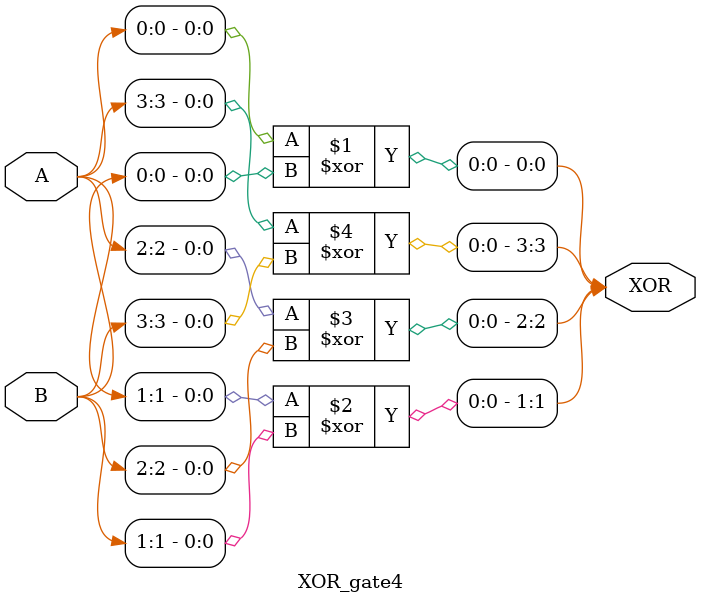
<source format=v>
`timescale 1ns / 1ps

module XOR_gate4(
input [3:0]A,
input [3:0]B,
output [3:0]XOR
    );
    
    xor X0(XOR[0],A[0],B[0]);
    xor X1(XOR[1],A[1],B[1]);
    xor X2(XOR[2],A[2],B[2]);
    xor X3(XOR[3],A[3],B[3]);
    
endmodule

</source>
